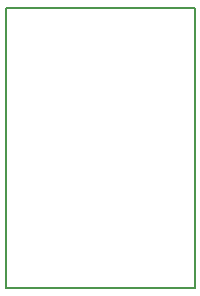
<source format=gbr>
G04 #@! TF.FileFunction,Other,User*
%FSLAX46Y46*%
G04 Gerber Fmt 4.6, Leading zero omitted, Abs format (unit mm)*
G04 Created by KiCad (PCBNEW 4.1.0-alpha+201606081201+6904~45~ubuntu14.04.1-product) date Tue Jun 14 12:01:43 2016*
%MOMM*%
%LPD*%
G01*
G04 APERTURE LIST*
%ADD10C,0.100000*%
%ADD11C,0.150000*%
G04 APERTURE END LIST*
D10*
D11*
X144384000Y-72537000D02*
X160384000Y-72537000D01*
X144384000Y-96237000D02*
X160384000Y-96237000D01*
X160384000Y-96237000D02*
X160384000Y-72537000D01*
X144384000Y-96237000D02*
X144384000Y-72537000D01*
M02*

</source>
